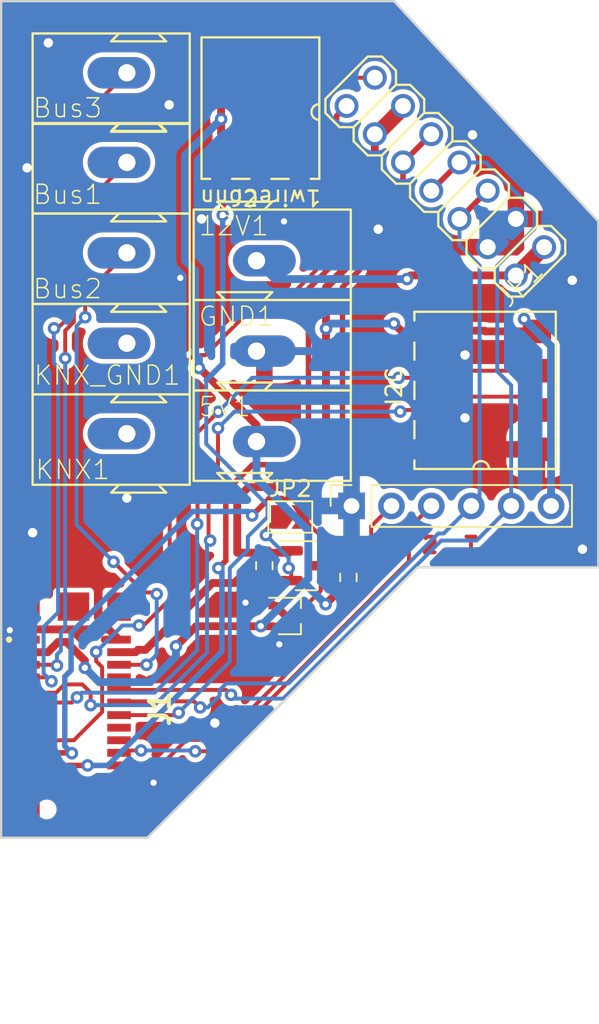
<source format=kicad_pcb>
(kicad_pcb (version 20220225) (generator pcbnew)
  (layers (0 "F.Cu" signal "Top") (31 "B.Cu" signal "Bottom") (34 "B.Paste" user) (35 "F.Paste" user) (36 "B.SilkS" user "B.Silkscreen") (37 "F.SilkS" user "F.Silkscreen") (38 "B.Mask" user) (39 "F.Mask" user) (44 "Edge.Cuts" user))
  (net 0 "")
  (net 1 "GND")
  (net 2 "/TEST")
  (net 3 "/Unk_1")
  (net 4 "/Unk_2")
  (net 5 "/1wire")
  (net 6 "Net-(Bus1-Pin_1)")
  (net 7 "Net-(Bus2-Pin_1)")
  (net 8 "Net-(Bus3-Pin_1)")
  (net 9 "+12V")
  (net 10 "+5V")
  (net 11 "/TxD")
  (net 12 "/RxD")
  (net 13 "+3V3")
  (net 14 "/SCL")
  (net 15 "/SDA")
  (net 16 "/1wire_5")
  (net 20 "GNDPWR")
  (net 23 "/1wire_3")
  (net 26 "/T2")
  (net 27 "/T1")
  (footprint "localstuff:AVX_9276_3Pin" (layer "F.Cu") (at 146 79.55 180)
    (fp_text reference "J2" (at 1 -5.5) (layer "F.SilkS"))
    (fp_text value "1wireConn" (at 0 -5.45 180 unlocked) (layer "F.SilkS"))
    (pad "1" smd rect locked (at -2.5 -3.55 180) (size 1.2 1.8) (layers "F.Cu" "F.Paste" "F.Mask") (net 1 "GND"))
    (pad "1" smd rect locked (at -2.5 3.55 180) (size 1.5 1.8) (layers "F.Cu" "F.Paste" "F.Mask") (net 1 "GND"))
    (pad "2" smd rect locked (at 0 -3.55 180) (size 1.2 1.8) (layers "F.Cu" "F.Paste" "F.Mask") (net 5 "/1wire"))
    (pad "2" smd rect locked (at 0 3.55 180) (size 1.5 1.8) (layers "F.Cu" "F.Paste" "F.Mask") (net 5 "/1wire"))
    (pad "3" smd rect locked (at 2.5 -3.55 180) (size 1.2 1.8) (layers "F.Cu" "F.Paste" "F.Mask") (net 10 "+5V"))
    (pad "3" smd rect locked (at 2.5 3.55 180) (size 1.5 1.8) (layers "F.Cu" "F.Paste" "F.Mask") (net 10 "+5V"))
  )
  (footprint "localstuff:TE_1775014_socket" (layer "F.Cu") (at 134.1 117.5 -90)
    (fp_text reference "J1" (at 0 -5.5 90) (layer "F.SilkS") (effects (font (size 1.27 1.27) (thickness 0.254))))
    (fp_text value "Moat_Bus_wire" hide)
    (fp_circle (center -7.2 3.45) (end -6.9 3.45) (stroke (width 0.3)) (fill none) (layer "F.Cu"))
    (pad "" np_thru_hole circle locked (at -6.4 1.7 270) (size 0.65 0.65) (drill 0.65) (layers *.Cu *.Mask))
    (pad "" np_thru_hole circle locked (at 6.4 1.7 270) (size 0.65 0.65) (drill 0.65) (layers *.Cu *.Mask))
    (pad "1" smd rect locked (at -4.4 2.9 270) (size 0.5 1.5) (layers "F.Cu" "F.Paste") (net 1 "GND"))
    (pad "2" smd rect locked (at -4.4 -2.9 270) (size 0.5 1.5) (layers "F.Cu" "F.Paste") (net 1 "GND"))
    (pad "3" smd rect locked (at -3.6 2.9 270) (size 0.5 1.5) (layers "F.Cu" "F.Paste") (net 10 "+5V"))
    (pad "4" smd rect locked (at -3.6 -2.9 270) (size 0.5 1.5) (layers "F.Cu" "F.Paste") (net 13 "+3V3"))
    (pad "5" smd rect locked (at -2.8 2.9 270) (size 0.5 1.5) (layers "F.Cu" "F.Paste") (net 6 "Net-(Bus1-Pin_1)"))
    (pad "6" smd rect locked (at -2.8 -2.9 270) (size 0.5 1.5) (layers "F.Cu" "F.Paste") (net 7 "Net-(Bus2-Pin_1)"))
    (pad "7" smd rect locked (at -2 2.9 270) (size 0.5 1.5) (layers "F.Cu" "F.Paste") (net 8 "Net-(Bus3-Pin_1)"))
    (pad "8" smd rect locked (at -2 -2.9 270) (size 0.5 1.5) (layers "F.Cu" "F.Paste"))
    (pad "9" smd rect locked (at -1.2 2.9 270) (size 0.5 1.5) (layers "F.Cu" "F.Paste") (net 14 "/SCL"))
    (pad "10" smd rect locked (at -1.2 -2.9 270) (size 0.5 1.5) (layers "F.Cu" "F.Paste") (net 12 "/RxD"))
    (pad "11" smd rect locked (at -0.4 2.9 270) (size 0.5 1.5) (layers "F.Cu" "F.Paste") (net 15 "/SDA"))
    (pad "12" smd rect locked (at -0.4 -2.9 270) (size 0.5 1.5) (layers "F.Cu" "F.Paste") (net 11 "/TxD"))
    (pad "13" smd rect locked (at 0.4 2.9 270) (size 0.5 1.5) (layers "F.Cu" "F.Paste"))
    (pad "14" smd rect locked (at 0.4 -2.9 270) (size 0.5 1.5) (layers "F.Cu" "F.Paste") (net 5 "/1wire"))
    (pad "15" smd rect locked (at 1.2 2.9 270) (size 0.5 1.5) (layers "F.Cu" "F.Paste"))
    (pad "16" smd rect locked (at 1.2 -2.9 270) (size 0.5 1.5) (layers "F.Cu" "F.Paste"))
    (pad "17" smd rect locked (at 2 2.9 270) (size 0.5 1.5) (layers "F.Cu" "F.Paste") (net 4 "/Unk_2"))
    (pad "18" smd rect locked (at 2 -2.9 270) (size 0.5 1.5) (layers "F.Cu" "F.Paste"))
    (pad "19" smd rect locked (at 2.8 2.9 270) (size 0.5 1.5) (layers "F.Cu" "F.Paste") (net 3 "/Unk_1"))
    (pad "20" smd rect locked (at 2.8 -2.9 270) (size 0.5 1.5) (layers "F.Cu" "F.Paste") (net 26 "/T2"))
    (pad "21" smd rect locked (at 3.6 2.9 270) (size 0.5 1.5) (layers "F.Cu" "F.Paste") (net 2 "/TEST"))
    (pad "22" smd rect locked (at 3.6 -2.9 270) (size 0.5 1.5) (layers "F.Cu" "F.Paste") (net 27 "/T1"))
    (pad "23" smd rect locked (at 4.4 2.9 270) (size 0.5 1.5) (layers "F.Cu" "F.Paste") (net 20 "GNDPWR"))
    (pad "24" smd rect locked (at 4.4 -2.9 270) (size 0.5 1.5) (layers "F.Cu" "F.Paste") (net 20 "GNDPWR"))
    (pad "MNT" smd rect locked (at -6.5 -2.9) (size 1.5 1.8) (layers "F.Cu" "F.Paste"))
    (pad "MNT" smd rect locked (at -6.5 0 270) (size 1.8 2) (layers "F.Cu" "F.Paste"))
    (pad "MNT" smd rect locked (at -6.5 2.9) (size 1.5 1.8) (layers "F.Cu" "F.Paste"))
    (pad "MNT" smd rect locked (at 6.5 -2.9) (size 1.5 1.8) (layers "F.Cu" "F.Paste"))
    (pad "MNT" smd rect locked (at 6.5 0 270) (size 1.8 2) (layers "F.Cu" "F.Paste"))
    (pad "MNT" smd rect locked (at 6.5 2.9) (size 1.5 1.8) (layers "F.Cu" "F.Paste"))
  )
  (footprint "localstuff:Wago_Terminal_243" (layer "F.Cu") (at 137.5011 94.2536 180)
    (fp_text reference "KNX_GND1" (at -3.4989 -2.7464 180) (layer "F.SilkS") (effects (font (size 1.2065 1.2065) (thickness 0.09652)) (justify right bottom)))
    (fp_text value "WAGO_243" hide)
    (pad "1" thru_hole oval locked (at 0 0 180) (size 4 2) (drill 1.1 (offset 0.5 0)) (layers *.Cu *.Mask))
  )
  (footprint "Gira:2X07" (layer "F.Cu") (at 157.7711 83.6536 135)
    (fp_text reference "JP1" (at -8.89 -3.175 45) (layer "F.SilkS") (effects (font (size 1.2065 1.2065) (thickness 0.12065)) (justify left bottom)))
    (fp_text value "Gira")
    (pad "1" thru_hole circle locked (at -7.62 1.27 135) (size 1.524 1.524) (drill 1.016) (layers *.Cu *.Mask) (net 9 "+12V"))
    (pad "2" thru_hole circle locked (at -7.62 -1.27 135) (size 1.524 1.524) (drill 1.016) (layers *.Cu *.Mask) (net 9 "+12V"))
    (pad "3" thru_hole circle locked (at -5.08 1.27 135) (size 1.524 1.524) (drill 1.016) (layers *.Cu *.Mask) (net 1 "GND"))
    (pad "4" thru_hole circle locked (at -5.08 -1.27 135) (size 1.524 1.524) (drill 1.016) (layers *.Cu *.Mask) (net 1 "GND"))
    (pad "5" thru_hole circle locked (at -2.54 1.27 135) (size 1.524 1.524) (drill 1.016) (layers *.Cu *.Mask) (net 11 "/TxD"))
    (pad "6" thru_hole circle locked (at -2.54 -1.27 135) (size 1.524 1.524) (drill 1.016) (layers *.Cu *.Mask) (net 11 "/TxD"))
    (pad "7" thru_hole circle locked (at 0 1.27 135) (size 1.524 1.524) (drill 1.016) (layers *.Cu *.Mask) (net 12 "/RxD"))
    (pad "8" thru_hole circle locked (at 0 -1.27 135) (size 1.524 1.524) (drill 1.016) (layers *.Cu *.Mask) (net 12 "/RxD"))
    (pad "9" thru_hole circle locked (at 2.54 1.27 135) (size 1.524 1.524) (drill 1.016) (layers *.Cu *.Mask) (net 3 "/Unk_1"))
    (pad "10" thru_hole circle locked (at 2.54 -1.27 135) (size 1.524 1.524) (drill 1.016) (layers *.Cu *.Mask) (net 3 "/Unk_1"))
    (pad "11" thru_hole circle locked (at 5.08 1.27 135) (size 1.524 1.524) (drill 1.016) (layers *.Cu *.Mask) (net 13 "+3V3"))
    (pad "12" thru_hole circle locked (at 5.08 -1.27 135) (size 1.524 1.524) (drill 1.016) (layers *.Cu *.Mask) (net 13 "+3V3"))
    (pad "13" thru_hole circle locked (at 7.62 1.27 135) (size 1.524 1.524) (drill 1.016) (layers *.Cu *.Mask) (net 4 "/Unk_2"))
    (pad "14" thru_hole circle locked (at 7.62 -1.27 135) (size 1.524 1.524) (drill 1.016) (layers *.Cu *.Mask) (net 2 "/TEST"))
  )
  (footprint "localstuff:Wago_Terminal_243" (layer "F.Cu") (at 145.7511 89.0036)
    (fp_text reference "12V1" (at -3.7511 -1.5036 -180) (layer "F.SilkS") (effects (font (size 1.2065 1.2065) (thickness 0.09652)) (justify left bottom)))
    (fp_text value "WAGO_243" hide)
    (pad "1" thru_hole oval locked (at 0 0) (size 4 2) (drill 1.1 (offset 0.5 0)) (layers *.Cu *.Mask) (net 9 "+12V"))
  )
  (footprint "localstuff:Wago_Terminal_243" (layer "F.Cu") (at 145.7511 94.7536)
    (fp_text reference "GND1" (at -3.7511 -1.5 -180) (layer "F.SilkS") (effects (font (size 1.2065 1.2065) (thickness 0.09652)) (justify left bottom)))
    (fp_text value "WAGO_243" hide)
    (pad "1" thru_hole oval locked (at 0 0) (size 4 2) (drill 1.1 (offset 0.5 0)) (layers *.Cu *.Mask) (net 1 "GND"))
  )
  (footprint "localstuff:Wago_Terminal_243" (layer "F.Cu") (at 137.5011 88.5036 180)
    (fp_text reference "Bus2" (at 1.5011 -2.9964 180) (layer "F.SilkS") (effects (font (size 1.2065 1.2065) (thickness 0.09652)) (justify right bottom)))
    (fp_text value "WAGO_243" hide)
    (pad "1" thru_hole oval locked (at 0 0 180) (size 4 2) (drill 1.1 (offset 0.5 0)) (layers *.Cu *.Mask) (net 7 "Net-(Bus2-Pin_1)"))
  )
  (footprint "localstuff:Wago_Terminal_243" (layer "F.Cu") (at 137.5011 82.7536 180)
    (fp_text reference "Bus1" (at 1.5011 -2.7464 180) (layer "F.SilkS") (effects (font (size 1.2065 1.2065) (thickness 0.09652)) (justify right bottom)))
    (fp_text value "WAGO_243" hide)
    (pad "1" thru_hole oval locked (at 0 0 180) (size 4 2) (drill 1.1 (offset 0.5 0)) (layers *.Cu *.Mask) (net 6 "Net-(Bus1-Pin_1)"))
  )
  (footprint "localstuff:Wago_Terminal_243" (layer "F.Cu") (at 145.7511 100.5036)
    (fp_text reference "5V1" (at -3.7511 -1.5036 -180) (layer "F.SilkS") (effects (font (size 1.2065 1.2065) (thickness 0.09652)) (justify left bottom)))
    (fp_text value "WAGO_243" hide)
    (pad "1" thru_hole oval locked (at 0 0) (size 4 2) (drill 1.1 (offset 0.5 0)) (layers *.Cu *.Mask) (net 10 "+5V"))
  )
  (footprint "localstuff:Wago_Terminal_243" (layer "F.Cu") (at 137.5011 100.0036 180)
    (fp_text reference "KNX1" (at 1.0011 -2.9964 180) (layer "F.SilkS") (effects (font (size 1.2065 1.2065) (thickness 0.09652)) (justify right bottom)))
    (fp_text value "WAGO_243" hide)
    (pad "1" thru_hole oval locked (at 0 0 180) (size 4 2) (drill 1.1 (offset 0.5 0)) (layers *.Cu *.Mask))
  )
  (footprint "localstuff:AVX_9276_4Pin" (layer "F.Cu") (at 160.05 97.25 90)
    (fp_text reference "J3" hide)
    (fp_text value "I2C" (at 0.25 -5.55 90) (layer "F.SilkS"))
    (pad "1" smd rect locked (at -3.75 -3.55 90) (size 1.2 1.8) (layers "F.Cu" "F.Paste" "F.Mask") (net 1 "GND"))
    (pad "1" smd rect locked (at -3.75 3.55 90) (size 1.5 1.8) (layers "F.Cu" "F.Paste" "F.Mask") (net 1 "GND"))
    (pad "2" smd rect locked (at -1.25 -3.55 90) (size 1.2 1.8) (layers "F.Cu" "F.Paste" "F.Mask") (net 14 "/SCL"))
    (pad "2" smd rect locked (at -1.25 3.55 90) (size 1.5 1.8) (layers "F.Cu" "F.Paste" "F.Mask") (net 14 "/SCL"))
    (pad "3" smd rect locked (at 1.25 -3.55 90) (size 1.2 1.8) (layers "F.Cu" "F.Paste" "F.Mask") (net 15 "/SDA"))
    (pad "3" smd rect locked (at 1.25 3.55 90) (size 1.5 1.8) (layers "F.Cu" "F.Paste" "F.Mask") (net 15 "/SDA"))
    (pad "4" smd rect locked (at 3.75 -3.55 90) (size 1.2 1.8) (layers "F.Cu" "F.Paste" "F.Mask") (net 13 "+3V3"))
    (pad "4" smd rect locked (at 3.75 3.55 90) (size 1.5 1.8) (layers "F.Cu" "F.Paste" "F.Mask") (net 13 "+3V3"))
  )
  (footprint "localstuff:Wago_Terminal_243" (layer "F.Cu") (at 137.5011 77.0536 180)
    (fp_text reference "Bus3" (at 1.5011 -2.9464 180) (layer "F.SilkS") (effects (font (size 1.2065 1.2065) (thickness 0.09652)) (justify right bottom)))
    (fp_text value "WAGO_243" hide)
    (pad "1" thru_hole oval locked (at 0 0 180) (size 4 2) (drill 1.1 (offset 0.5 0)) (layers *.Cu *.Mask) (net 8 "Net-(Bus3-Pin_1)"))
  )
  (footprint "Connector_PinSocket_2.54mm:PinSocket_1x06_P2.54mm_Vertical" (layer "F.Cu") (at 151.8 104.6 90)
    (fp_text reference "J4" hide)
    (fp_text value "Conn_01x06" hide)
    (pad "1" thru_hole rect locked (at 0 0 90) (size 1.7 1.7) (drill 1) (layers *.Cu *.Mask) (net 1 "GND"))
    (pad "2" thru_hole oval locked (at 0 2.54 90) (size 1.7 1.7) (drill 1) (layers *.Cu *.Mask) (net 27 "/T1"))
    (pad "3" thru_hole oval locked (at 0 5.08 90) (size 1.7 1.7) (drill 1) (layers *.Cu *.Mask) (net 26 "/T2"))
    (pad "4" thru_hole oval locked (at 0 7.62 90) (size 1.7 1.7) (drill 1) (layers *.Cu *.Mask) (net 11 "/TxD"))
    (pad "5" thru_hole oval locked (at 0 10.16 90) (size 1.7 1.7) (drill 1) (layers *.Cu *.Mask) (net 12 "/RxD"))
    (pad "6" thru_hole oval locked (at 0 12.7 90) (size 1.7 1.7) (drill 1) (layers *.Cu *.Mask) (net 13 "+3V3"))
  )
  (footprint "Package_TO_SOT_SMD:SOT-323_SC-70" (layer "F.Cu") (at 147.85 111.6)
    (fp_text reference "D1" hide)
    (fp_text value "BAT54SW" hide)
    (pad "1" smd rect (at -1 -0.65 270) (size 0.45 0.7) (layers "F.Cu" "F.Paste" "F.Mask") (net 1 "GND"))
    (pad "2" smd rect (at -1 0.65 270) (size 0.45 0.7) (layers "F.Cu" "F.Paste" "F.Mask") (net 10 "+5V"))
    (pad "3" smd rect (at 1 0 270) (size 0.45 0.7) (layers "F.Cu" "F.Paste" "F.Mask") (net 16 "/1wire_5"))
  )
  (footprint "Resistor_SMD:R_0603_1608Metric" (layer "F.Cu") (at 146.25 108.4 -90)
    (fp_text reference "R1" hide)
    (fp_text value "10k" hide)
    (pad "1" smd roundrect (at -0.825 0 270) (size 0.8 0.95) (layers "F.Cu" "F.Paste" "F.Mask") (net 13 "+3V3"))
    (pad "2" smd roundrect (at 0.825 0 270) (size 0.8 0.95) (layers "F.Cu" "F.Paste" "F.Mask") (net 23 "/1wire_3"))
  )
  (footprint "localstuff:OSHW Logo 3mm Cu" (layer "F.Cu") (at 151.65 74.5 180)
    (fp_text reference "G***" hide)
    (fp_text value "LOGO" hide)
    (fp_poly (pts (xy -1.011428 1.4986) (xy -0.650494 1.273048) (xy -0.481076 1.341628) (xy -0.179578 0.611378) (xy -0.315722 0.499618) (xy -0.3937 0.402336) (xy -0.456946 0.169164) (xy -0.39878 -0.054864) (xy -0.32258 -0.153162) (xy -0.230124 -0.226314) (xy -0.000508 -0.287528) (xy 0.228346 -0.230378) (xy 0.368046 -0.107442) (xy 0.461518 0.127) (xy 0.422148 0.356108) (xy 0.360172 0.456692) (xy 0.176276 0.613918) (xy 0.497586 1.346454) (xy 0.677926 1.277874) (xy 1.013714 1.496568) (xy 1.337564 1.177798) (xy 1.09982 0.821182) (xy 1.257046 0.479298) (xy 1.66243 0.387604) (xy 1.659636 -0.063246) (xy 1.22682 -0.158496) (xy 1.09474 -0.476504) (xy 1.33731 -0.847852) (xy 1.01092 -1.164844) (xy 0.637286 -0.917956) (xy 0.324358 -1.044956) (xy 0.220726 -1.494028) (xy -0.226822 -1.486916) (xy -0.327152 -1.036574) (xy -0.631698 -0.91186) (xy -1.014222 -1.167638) (xy -1.330198 -0.831596) (xy -1.094994 -0.454152) (xy -1.223518 -0.148082) (xy -1.6637 -0.063246) (xy -1.668018 0.389636) (xy -1.238504 0.485648) (xy -1.109726 0.83566) (xy -1.330198 1.187704) (xy -1.011428 1.4986)) (stroke (width 0.01)) (fill solid) (layer "F.Cu"))
  )
  (footprint "Jumper:SolderJumper-2_P1.3mm_Open_TrianglePad1.0x1.5mm" (layer "F.Cu") (at 147.9 105.3)
    (fp_text reference "JP2" (at 0 -1.8) (layer "F.SilkS"))
    (fp_text value "SolderJumper_2_Open")
    (pad "1" smd custom (at -0.725 0) (size 0.3 0.3) (layers "F.Cu" "F.Mask") (net 23 "/1wire_3") (options (clearance outline) (anchor rect)) (primitives (gr_poly (pts (xy 1 0) (xy 0.5 0.75) (xy -0.5 0.75) (xy -0.5 -0.75) (xy 0.5 -0.75)) (width 0) (fill yes))))
    (pad "2" smd custom (at 0.725 0) (size 0.3 0.3) (layers "F.Cu" "F.Mask") (net 16 "/1wire_5") (options (clearance outline) (anchor rect)) (primitives (gr_poly (pts (xy 0.5 0.75) (xy -0.65 0.75) (xy -0.15 0) (xy -0.65 -0.75) (xy 0.5 -0.75)) (width 0) (fill yes))))
  )
  (footprint "Package_TO_SOT_SMD:SOT-23" (layer "F.Cu") (at 148.9 108.4)
    (fp_text reference "Q1" hide)
    (fp_text value "2N7002" hide)
    (pad "1" smd roundrect (at -0.9375 -0.95) (size 1.475 0.6) (layers "F.Cu" "F.Paste" "F.Mask") (net 13 "+3V3"))
    (pad "2" smd roundrect (at -0.9375 0.95) (size 1.475 0.6) (layers "F.Cu" "F.Paste" "F.Mask") (net 23 "/1wire_3"))
    (pad "3" smd roundrect (at 0.9375 0) (size 1.475 0.6) (layers "F.Cu" "F.Paste" "F.Mask") (net 16 "/1wire_5"))
  )
  (footprint "Resistor_SMD:R_0603_1608Metric" (layer "F.Cu") (at 151.6 109.15 90)
    (fp_text reference "R2" hide)
    (fp_text value "10k" hide)
    (pad "1" smd roundrect (at -0.825 0 90) (size 0.8 0.95) (layers "F.Cu" "F.Paste" "F.Mask") (net 10 "+5V"))
    (pad "2" smd roundrect (at 0.825 0 90) (size 0.8 0.95) (layers "F.Cu" "F.Paste" "F.Mask") (net 16 "/1wire_5"))
  )
  (gr_line (start 138.8 125.7) (end 156 108.5) (stroke (width 0.15)) (layer "Edge.Cuts"))
  (gr_line (start 129.5 72.5) (end 129.5 125.7) (stroke (width 0.15)) (layer "Edge.Cuts"))
  (gr_line (start 129.5 125.7) (end 138.8 125.7) (stroke (width 0.15)) (layer "Edge.Cuts"))
  (gr_line (start 167.5 86.5) (end 154.5 72.5) (stroke (width 0.15)) (layer "Edge.Cuts"))
  (gr_line (start 154.5 72.5) (end 129.5 72.5) (stroke (width 0.15)) (layer "Edge.Cuts"))
  (gr_line (start 167.5 108.5) (end 167.5 86.5) (stroke (width 0.15)) (layer "Edge.Cuts"))
  (gr_line (start 156 108.5) (end 167.5 108.5) (stroke (width 0.15)) (layer "Edge.Cuts"))
  (gr_text "MoaT Gira" (at 130.05 76.65 270) (layer "F.Cu") (effects (font (size 1 1)) (justify bottom)))
  (gr_text "+5" (at 143.5 73.5 180) (layer "F.Cu") (effects (font (size 1 1) (thickness 0.25))))
  (gr_text "1w" (at 146 73.5 180) (layer "F.Cu") (effects (font (size 1 1) (thickness 0.25))))
  (gr_text "+3" (at 166 93.5 90) (layer "F.Cu") (effects (font (size 1 1) (thickness 0.25))))
  (gr_text "G" (at 166 101 90) (layer "F.Cu") (effects (font (size 1 1) (thickness 0.25))))
  (gr_text "Cl" (at 166 98.5 90) (layer "F.Cu") (effects (font (size 1 1) (thickness 0.25))))
  (gr_text "Da" (at 166 96 90) (layer "F.Cu") (effects (font (size 1 1) (thickness 0.25))))
  (gr_text "G" (at 151.6 107.1) (layer "F.Cu") (effects (font (size 1 1) (thickness 0.25))))
  (gr_text "+3" (at 164.3 107.1) (layer "F.Cu") (effects (font (size 1 1) (thickness 0.25))))
  (gr_text "1" (at 154.2 107.1) (layer "F.Cu") (effects (font (size 1 1) (thickness 0.25))))
  (gr_text "2" (at 156.8 107.1) (layer "F.Cu") (effects (font (size 1 1) (thickness 0.25))))
  (gr_text "R" (at 162.05 107.1) (layer "F.Cu") (effects (font (size 1 1) (thickness 0.25))))
  (gr_text "T" (at 159.4 107.1) (layer "F.Cu") (effects (font (size 1 1) (thickness 0.25))))
  (gr_text "v3.1" (at 136.4 72.85 180) (layer "F.Cu") (effects (font (size 1 1)) (justify left bottom)))
  (gr_text "G" (at 148.5 73.5 180) (layer "F.Cu") (effects (font (size 1 1) (thickness 0.25))))
  (segment (start 148.5 83.1) (end 148.5 85.5) (width 0.5) (layer "F.Cu") (net 1))
  (segment (start 137 113.1) (end 136.349511 112.449511) (width 0.5) (layer "F.Cu") (net 1))
  (segment (start 145.05 110.75) (end 146.65 110.75) (width 0.5) (layer "F.Cu") (net 1))
  (segment (start 148.5 85.5) (end 147.899999 86.100001) (width 0.5) (layer "F.Cu") (net 1))
  (segment (start 147.5 86.5) (end 144.6 86.5) (width 0.5) (layer "F.Cu") (net 1))
  (segment (start 146.65 110.75) (end 146.85 110.95) (width 0.5) (layer "F.Cu") (net 1))
  (segment (start 163.6 101) (end 156.5 101) (width 0.5) (layer "F.Cu") (net 1))
  (segment (start 144.6 86.5) (end 141 90.1) (width 0.5) (layer "F.Cu") (net 1))
  (segment (start 147.95 111.925) (end 147.95 112.65) (width 0.5) (layer "F.Cu") (net 1))
  (segment (start 141 90.1) (end 140.9 90.1) (width 0.5) (layer "F.Cu") (net 1))
  (segment (start 130.65 113.1) (end 130.05 112.5) (width 0.5) (layer "F.Cu") (net 1))
  (segment (start 130.100489 112.449511) (end 130.05 112.5) (width 0.5) (layer "F.Cu") (net 1))
  (segment (start 154.643728 88.143728) (end 160.465177 88.143728) (width 0.5) (layer "F.Cu") (net 1))
  (segment (start 136.349511 112.449511) (end 130.100489 112.449511) (width 0.5) (layer "F.Cu") (net 1))
  (segment (start 146.85 110.95) (end 146.975 110.95) (width 0.5) (layer "F.Cu") (net 1))
  (segment (start 153.5 87) (end 154.643728 88.143728) (width 0.5) (layer "F.Cu") (net 1))
  (segment (start 147.95 112.65) (end 147.2 113.4) (width 0.5) (layer "F.Cu") (net 1))
  (segment (start 131.6 113.1) (end 130.65 113.1) (width 0.5) (layer "F.Cu") (net 1))
  (segment (start 147.899999 86.100001) (end 147.5 86.5) (width 0.5) (layer "F.Cu") (net 1))
  (segment (start 146.975 110.95) (end 147.95 111.925) (width 0.5) (layer "F.Cu") (net 1))
  (segment (start 148.5 83.1) (end 148.5 76) (width 0.5) (layer "F.Cu") (net 1))
  (via (at 147.5 86.5) (size 0.8) (drill 0.4) (layers "F.Cu" "B.Cu") (net 1))
  (via (at 132.5 75.15) (size 1.0064) (drill 0.6) (layers "F.Cu" "B.Cu") (net 1))
  (via (at 153.5 87) (size 1.0064) (drill 0.6) (layers "F.Cu" "B.Cu") (net 1))
  (via (at 142.25321 86.349901) (size 1.0064) (drill 0.6) (layers "F.Cu" "B.Cu") (net 1))
  (via (at 130.05 112.5) (size 0.8) (drill 0.4) (layers "F.Cu" "B.Cu") (net 1))
  (via (at 143.1 118.4) (size 1.0064) (drill 0.6) (layers "F.Cu" "B.Cu") (net 1))
  (via (at 140.191923 79.09269) (size 1.0064) (drill 0.6) (layers "F.Cu" "B.Cu") (net 1))
  (via (at 145.05 110.75) (size 0.8) (drill 0.4) (layers "F.Cu" "B.Cu") (net 1))
  (via (at 131.5 106.3) (size 1.0064) (drill 0.6) (layers "F.Cu" "B.Cu") (net 1))
  (via (at 140.9 90.1) (size 0.8) (drill 0.4) (layers "F.Cu" "B.Cu") (net 1))
  (via (at 159.0223 99) (size 1.0064) (drill 0.6) (layers "F.Cu" "B.Cu") (net 1))
  (via (at 131.15 83.1) (size 1.0064) (drill 0.6) (layers "F.Cu" "B.Cu") (net 1))
  (via (at 159.5 81) (size 1.0064) (drill 0.6) (layers "F.Cu" "B.Cu") (net 1))
  (via (at 147.2 113.4) (size 0.8) (drill 0.4) (layers "F.Cu" "B.Cu") (net 1))
  (via (at 159.0223 95) (size 1.0064) (drill 0.6) (layers "F.Cu" "B.Cu") (net 1))
  (via (at 165.85 90.25) (size 1.0064) (drill 0.6) (layers "F.Cu" "B.Cu") (net 1))
  (via (at 166.5 107.35) (size 1.0064) (drill 0.6) (layers "F.Cu" "B.Cu") (net 1))
  (via (at 137.5 104.1) (size 1.0064) (drill 0.6) (layers "F.Cu" "B.Cu") (net 1))
  (via (at 139.2 122.2) (size 0.8) (drill 0.4) (layers "F.Cu" "B.Cu") (net 1))
  (segment (start 130.05 94.255703) (end 130.05 112.5) (width 0.5) (layer "B.Cu") (net 1))
  (segment (start 134.205703 90.1) (end 130.05 94.255703) (width 0.5) (layer "B.Cu") (net 1))
  (segment (start 158.093267 91.593267) (end 159.275489 92.775489) (width 0.5) (layer "B.Cu") (net 1))
  (segment (start 154.932935 94.7536) (end 158.093267 91.593267) (width 0.5) (layer "B.Cu") (net 1))
  (segment (start 131.995002 122.2) (end 130.05 120.254998) (width 0.5) (layer "B.Cu") (net 1))
  (segment (start 159.275489 92.775489) (end 159.275489 98.746811) (width 0.5) (layer "B.Cu") (net 1))
  (segment (start 147.899999 86.899999) (end 147.5 86.5) (width 0.5) (layer "B.Cu") (net 1))
  (segment (start 140.9 90.1) (end 134.205703 90.1) (width 0.5) (layer "B.Cu") (net 1))
  (segment (start 148 87) (end 147.899999 86.899999) (width 0.5) (layer "B.Cu") (net 1))
  (segment (start 153.5 87) (end 158.093267 91.593267) (width 0.5) (layer "B.Cu") (net 1))
  (segment (start 159.275489 98.746811) (end 159.0223 99) (width 0.5) (layer "B.Cu") (net 1))
  (segment (start 162.261228 86.347677) (end 160.465177 88.143728) (width 1) (layer "B.Cu") (net 1))
  (segment (start 153.5 87) (end 148 87) (width 0.5) (layer "B.Cu") (net 1))
  (segment (start 139.2 122.2) (end 131.995002 122.2) (width 0.5) (layer "B.Cu") (net 1))
  (segment (start 145.7511 94.7536) (end 154.932935 94.7536) (width 0.5) (layer "B.Cu") (net 1))
  (segment (start 130.05 120.254998) (end 130.05 112.5) (width 0.5) (layer "B.Cu") (net 1))
  (segment (start 142.403309 86.5) (end 142.25321 86.349901) (width 0.5) (layer "B.Cu") (net 1))
  (segment (start 145.502766 101.97812) (end 143.799511 103.681375) (width 0.35) (layer "F.Cu") (net 2))
  (segment (start 147.861866 101.97812) (end 145.502766 101.97812) (width 0.35) (layer "F.Cu") (net 2))
  (segment (start 131.6 121.1) (end 131.60001 121.10001) (width 0.35) (layer "F.Cu") (net 2))
  (segment (start 149.056905 100.783081) (end 147.861866 101.97812) (width 0.35) (layer "F.Cu") (net 2))
  (segment (start 149.056905 90.799511) (end 149.056905 100.783081) (width 0.35) (layer "F.Cu") (net 2))
  (segment (start 131.60001 121.10001) (end 135 121.10001) (width 0.35) (layer "F.Cu") (net 2))
  (segment (start 150.849511 79.798882) (end 150.849511 89.006905) (width 0.35) (layer "F.Cu") (net 2))
  (segment (start 150.849511 89.006905) (end 149.056905 90.799511) (width 0.35) (layer "F.Cu") (net 2))
  (segment (start 143.799511 108.075989) (end 143.3255 108.55) (width 0.35) (layer "F.Cu") (net 2))
  (segment (start 143.799511 103.681375) (end 143.799511 108.075989) (width 0.35) (layer "F.Cu") (net 2))
  (segment (start 151.484921 79.163472) (end 150.849511 79.798882) (width 0.35) (layer "F.Cu") (net 2))
  (via (at 143.3255 108.55) (size 0.8) (drill 0.4) (layers "F.Cu" "B.Cu") (net 2))
  (via (at 135 121.10001) (size 0.8) (drill 0.4) (layers "F.Cu" "B.Cu") (net 2))
  (segment (start 143.550489 108.774989) (end 143.3255 108.55) (width 0.35) (layer "B.Cu") (net 2))
  (segment (start 135 121.10001) (end 136.293574 121.10001) (width 0.35) (layer "B.Cu") (net 2))
  (segment (start 143.550489 113.843095) (end 143.550489 108.774989) (width 0.35) (layer "B.Cu") (net 2))
  (segment (start 136.293574 121.10001) (end 143.550489 113.843095) (width 0.35) (layer "B.Cu") (net 2))
  (segment (start 155.077023 82.755574) (end 155.077023 83.833204) (width 0.35) (layer "F.Cu") (net 3))
  (segment (start 133.975 120.3) (end 134 120.325) (width 0.35) (layer "F.Cu") (net 3))
  (segment (start 151.224976 90.680665) (end 151.224976 100.799637) (width 0.35) (layer "F.Cu") (net 3))
  (segment (start 131.6 120.3) (end 133.975 120.3) (width 0.35) (layer "F.Cu") (net 3))
  (segment (start 147.900102 104.124511) (end 146.553526 104.124511) (width 0.35) (layer "F.Cu") (net 3))
  (segment (start 156.873074 80.959523) (end 155.077023 82.755574) (width 0.35) (layer "F.Cu") (net 3))
  (segment (start 155.077023 83.833204) (end 152.298533 86.611694) (width 0.35) (layer "F.Cu") (net 3))
  (segment (start 152.298533 89.607113) (end 151.224976 90.680665) (width 0.35) (layer "F.Cu") (net 3))
  (segment (start 152.298533 86.611694) (end 152.298533 89.607113) (width 0.35) (layer "F.Cu") (net 3))
  (segment (start 151.224976 100.799637) (end 147.900102 104.124511) (width 0.35) (layer "F.Cu") (net 3))
  (segment (start 146.553526 104.124511) (end 145.473522 105.204515) (width 0.35) (layer "F.Cu") (net 3))
  (via (at 145.473522 105.204515) (size 0.8) (drill 0.4) (layers "F.Cu" "B.Cu") (net 3))
  (via (at 134 120.325) (size 0.8) (drill 0.4) (layers "F.Cu" "B.Cu") (net 3))
  (segment (start 133.55 115.45) (end 133.95 115.05) (width 0.35) (layer "B.Cu") (net 3))
  (segment (start 133.95 112.680189) (end 141.680189 104.95) (width 0.35) (layer "B.Cu") (net 3))
  (segment (start 134 120.325) (end 133.55 119.875) (width 0.35) (layer "B.Cu") (net 3))
  (segment (start 141.680189 104.95) (end 145.219007 104.95) (width 0.35) (layer "B.Cu") (net 3))
  (segment (start 133.95 115.05) (end 133.95 112.680189) (width 0.35) (layer "B.Cu") (net 3))
  (segment (start 133.55 119.875) (end 133.55 115.45) (width 0.35) (layer "B.Cu") (net 3))
  (segment (start 145.219007 104.95) (end 145.473522 105.204515) (width 0.35) (layer "B.Cu") (net 3))
  (segment (start 142.483515 95.017479) (end 142.442935 95.017479) (width 0.25) (layer "F.Cu") (net 4))
  (segment (start 134.127066 119.5) (end 135.925489 117.701577) (width 0.25) (layer "F.Cu") (net 4))
  (segment (start 141.261851 95.556093) (end 140.224501 96.593443) (width 0.25) (layer "F.Cu") (net 4))
  (segment (start 135.925489 117.701577) (end 135.925489 114.849511) (width 0.25) (layer "F.Cu") (net 4))
  (segment (start 150.2 88.95) (end 147.6 91.55) (width 0.25) (layer "F.Cu") (net 4))
  (segment (start 138.565405 112.200617) (end 138.2755 112.200617) (width 0.25) (layer "F.Cu") (net 4))
  (segment (start 142.427873 95.002417) (end 141.744831 95.002417) (width 0.25) (layer "F.Cu") (net 4))
  (segment (start 140.224501 110.541521) (end 138.565405 112.200617) (width 0.25) (layer "F.Cu") (net 4))
  (segment (start 142.442935 95.017479) (end 142.427873 95.002417) (width 0.25) (layer "F.Cu") (net 4))
  (segment (start 145.950994 91.55) (end 142.483515 95.017479) (width 0.25) (layer "F.Cu") (net 4))
  (segment (start 153.280972 77.367421) (end 151.332579 77.367421) (width 0.25) (layer "F.Cu") (net 4))
  (segment (start 135.925489 114.849511) (end 135.544555 114.468577) (width 0.25) (layer "F.Cu") (net 4))
  (segment (start 131.2 119.5) (end 134.127066 119.5) (width 0.25) (layer "F.Cu") (net 4))
  (segment (start 141.744831 95.002417) (end 141.261851 95.485397) (width 0.25) (layer "F.Cu") (net 4))
  (segment (start 135.544555 114.468577) (end 135.544555 113.879172) (width 0.25) (layer "F.Cu") (net 4))
  (segment (start 141.261851 95.485397) (end 141.261851 95.556093) (width 0.25) (layer "F.Cu") (net 4))
  (segment (start 150.2 78.5) (end 150.2 88.95) (width 0.25) (layer "F.Cu") (net 4))
  (segment (start 140.224501 96.593443) (end 140.224501 110.541521) (width 0.25) (layer "F.Cu") (net 4))
  (segment (start 151.332579 77.367421) (end 150.2 78.5) (width 0.25) (layer "F.Cu") (net 4))
  (segment (start 147.6 91.55) (end 145.950994 91.55) (width 0.25) (layer "F.Cu") (net 4))
  (via (at 138.2755 112.200617) (size 0.8) (drill 0.4) (layers "F.Cu" "B.Cu") (net 4))
  (via (at 135.544555 113.879172) (size 0.8) (drill 0.4) (layers "F.Cu" "B.Cu") (net 4))
  (segment (start 137.22311 112.200617) (end 138.2755 112.200617) (width 0.25) (layer "B.Cu") (net 4))
  (segment (start 135.544555 113.879172) (end 137.22311 112.200617) (width 0.25) (layer "B.Cu") (net 4))
  (segment (start 137 117.9) (end 140.65 117.9) (width 0.25) (layer "F.Cu") (net 5))
  (segment (start 143.6 85.5) (end 143.6 86.1) (width 0.35) (layer "F.Cu") (net 5))
  (segment (start 140.65 117.9) (end 140.8 117.75) (width 0.25) (layer "F.Cu") (net 5))
  (segment (start 146 83.1) (end 143.6 85.5) (width 0.35) (layer "F.Cu") (net 5))
  (segment (start 146 76) (end 146 83.1) (width 0.35) (layer "F.Cu") (net 5))
  (via (at 143.6 86.1) (size 0.8) (drill 0.4) (layers "F.Cu" "B.Cu") (net 5))
  (via (at 140.8 117.75) (size 0.8) (drill 0.4) (layers "F.Cu" "B.Cu") (net 5))
  (segment (start 145.2 107.4) (end 145.2 106.55) (width 0.25) (layer "B.Cu") (net 5))
  (segment (start 146.45 104.55) (end 142.55 100.65) (width 0.25) (layer "B.Cu") (net 5))
  (segment (start 140.8 117.75) (end 144.05 114.5) (width 0.25) (layer "B.Cu") (net 5))
  (segment (start 144.05 114.5) (end 144.05 108.55) (width 0.25) (layer "B.Cu") (net 5))
  (segment (start 145.2 106.55) (end 146.45 105.3) (width 0.25) (layer "B.Cu") (net 5))
  (segment (start 146.45 105.3) (end 146.45 104.55) (width 0.25) (layer "B.Cu") (net 5))
  (segment (start 144.05 108.55) (end 145.2 107.4) (width 0.25) (layer "B.Cu") (net 5))
  (segment (start 143.6 86.1) (end 143.6 95.55) (width 0.35) (layer "B.Cu") (net 5))
  (segment (start 143.6 95.55) (end 142.55 96.6) (width 0.35) (layer "B.Cu") (net 5))
  (segment (start 142.55 100.65) (end 142.55 96.6) (width 0.25) (layer "B.Cu") (net 5))
  (segment (start 137.5011 82.7536) (end 134.125499 86.129201) (width 0.25) (layer "F.Cu") (net 6))
  (segment (start 133.5755 93.450098) (end 133.5755 95.210785) (width 0.25) (layer "F.Cu") (net 6))
  (segment (start 134.125499 92.900099) (end 133.5755 93.450098) (width 0.25) (layer "F.Cu") (net 6))
  (segment (start 133 114.7) (end 133.05 114.75) (width 0.25) (layer "F.Cu") (net 6))
  (segment (start 131.2 114.7) (end 133 114.7) (width 0.25) (layer "F.Cu") (net 6))
  (segment (start 134.125499 86.129201) (end 134.125499 92.900099) (width 0.25) (layer "F.Cu") (net 6))
  (via (at 133.5755 95.210785) (size 0.8) (drill 0.4) (layers "F.Cu" "B.Cu") (net 6))
  (via (at 133.05 114.75) (size 0.8) (drill 0.4) (layers "F.Cu" "B.Cu") (net 6))
  (segment (start 133.3 112.623773) (end 133.5755 112.348273) (width 0.25) (layer "B.Cu") (net 6))
  (segment (start 133.05 114.75) (end 133.05 114.05) (width 0.25) (layer "B.Cu") (net 6))
  (segment (start 133.05 114.05) (end 133.3 113.8) (width 0.25) (layer "B.Cu") (net 6))
  (segment (start 133.3 113.8) (end 133.3 112.623773) (width 0.25) (layer "B.Cu") (net 6))
  (segment (start 133.5755 112.348273) (end 133.5755 95.210785) (width 0.25) (layer "B.Cu") (net 6))
  (segment (start 139.4 110.2) (end 139.3 110.1) (width 0.25) (layer "F.Cu") (net 7))
  (segment (start 137 114.7) (end 138.75 114.7) (width 0.25) (layer "F.Cu") (net 7))
  (segment (start 139.3 110.1) (end 138.6 110.1) (width 0.25) (layer "F.Cu") (net 7))
  (segment (start 136.65 108.15) (end 138.6 110.1) (width 0.25) (layer "F.Cu") (net 7))
  (segment (start 137.5011 88.5036) (end 134.85 91.1547) (width 0.25) (layer "F.Cu") (net 7))
  (segment (start 134.85 91.1547) (end 134.85 92.6) (width 0.25) (layer "F.Cu") (net 7))
  (via (at 138.75 114.7) (size 0.8) (drill 0.4) (layers "F.Cu" "B.Cu") (net 7))
  (via (at 136.65 108.15) (size 0.8) (drill 0.4) (layers "F.Cu" "B.Cu") (net 7))
  (via (at 134.85 92.6) (size 0.8) (drill 0.4) (layers "F.Cu" "B.Cu") (net 7))
  (via (at 139.4 110.2) (size 0.8) (drill 0.4) (layers "F.Cu" "B.Cu") (net 7))
  (segment (start 138.75 114.7) (end 139.4 114.05) (width 0.25) (layer "B.Cu") (net 7))
  (segment (start 134.3 93.15) (end 134.3 105.8) (width 0.25) (layer "B.Cu") (net 7))
  (segment (start 134.3 105.8) (end 136.65 108.15) (width 0.25) (layer "B.Cu") (net 7))
  (segment (start 134.85 92.6) (end 134.3 93.15) (width 0.25) (layer "B.Cu") (net 7))
  (segment (start 139.4 114.05) (end 139.4 110.2) (width 0.25) (layer "B.Cu") (net 7))
  (segment (start 133.675988 92.713906) (end 133.086921 93.302973) (width 0.25) (layer "F.Cu") (net 8))
  (segment (start 132.45 115.5) (end 132.7 115.75) (width 0.25) (layer "F.Cu") (net 8))
  (segment (start 133.675988 80.878712) (end 133.675988 92.713906) (width 0.25) (layer "F.Cu") (net 8))
  (segment (start 131.2 115.5) (end 132.45 115.5) (width 0.25) (layer "F.Cu") (net 8))
  (segment (start 137.5011 77.0536) (end 133.675988 80.878712) (width 0.25) (layer "F.Cu") (net 8))
  (segment (start 133.086921 93.302973) (end 132.866095 93.302973) (width 0.25) (layer "F.Cu") (net 8))
  (via (at 132.866095 93.302973) (size 0.8) (drill 0.4) (layers "F.Cu" "B.Cu") (net 8))
  (via (at 132.7 115.75) (size 0.8) (drill 0.4) (layers "F.Cu" "B.Cu") (net 8))
  (segment (start 132.2 115.25) (end 132.2 112.289273) (width 0.25) (layer "B.Cu") (net 8))
  (segment (start 132.2 112.289273) (end 133.121043 111.36823) (width 0.25) (layer "B.Cu") (net 8))
  (segment (start 133.121043 111.36823) (end 133.121043 95.780928) (width 0.25) (layer "B.Cu") (net 8))
  (segment (start 132.850999 95.510884) (end 132.850999 93.318069) (width 0.25) (layer "B.Cu") (net 8))
  (segment (start 132.850999 93.318069) (end 132.866095 93.302973) (width 0.25) (layer "B.Cu") (net 8))
  (segment (start 133.121043 95.780928) (end 132.850999 95.510884) (width 0.25) (layer "B.Cu") (net 8))
  (segment (start 132.7 115.75) (end 132.2 115.25) (width 0.25) (layer "B.Cu") (net 8))
  (segment (start 164.0549 88.1517) (end 164.057278 88.143729) (width 1) (layer "F.Cu") (net 9))
  (segment (start 164.0549 88.1517) (end 162.3953 89.8113) (width 1) (layer "F.Cu") (net 9))
  (segment (start 155.560221 89.939779) (end 155.328241 90.171759) (width 0.5) (layer "F.Cu") (net 9))
  (segment (start 162.261228 89.939779) (end 155.560221 89.939779) (width 0.5) (layer "F.Cu") (net 9))
  (segment (start 162.3953 89.8113) (end 162.261225 89.939782) (width 1) (layer "F.Cu") (net 9))
  (via (at 155.328241 90.171759) (size 0.8) (drill 0.4) (layers "F.Cu" "B.Cu") (net 9))
  (segment (start 146.919259 90.171759) (end 155.328241 90.171759) (width 0.5) (layer "B.Cu") (net 9))
  (segment (start 145.7511 89.0036) (end 146.919259 90.171759) (width 0.5) (layer "B.Cu") (net 9))
  (segment (start 133.124518 113.249022) (end 133.649022 113.249022) (width 0.5) (layer "F.Cu") (net 10))
  (segment (start 143.5 83.1) (end 143.5 80) (width 0.5) (layer "F.Cu") (net 10))
  (segment (start 151.6 109.975) (end 151.025 109.975) (width 0.5) (layer "F.Cu") (net 10))
  (segment (start 133.649022 113.249022) (end 134.8245 114.4245) (width 0.5) (layer "F.Cu") (net 10))
  (segment (start 134.8245 114.4245) (end 134.8245 114.892177) (width 0.5) (layer "F.Cu") (net 10))
  (segment (start 131.2 113.9) (end 132.47354 113.9) (width 0.5) (layer "F.Cu") (net 10))
  (segment (start 142.126918 95.826918) (end 142.086352 95.826918) (width 0.5) (layer "F.Cu") (net 10))
  (segment (start 143.5 76) (end 143.5 80) (width 0.5) (layer "F.Cu") (net 10))
  (segment (start 132.47354 113.9) (end 133.124518 113.249022) (width 0.5) (layer "F.Cu") (net 10))
  (segment (start 146.85 112.25) (end 141.900618 112.25) (width 0.5) (layer "F.Cu") (net 10))
  (segment (start 145.7511 99.4511) (end 142.126918 95.826918) (width 0.5) (layer "F.Cu") (net 10))
  (segment (start 145.7511 100.5036) (end 145.7511 99.4511) (width 0.5) (layer "F.Cu") (net 10))
  (segment (start 151.025 109.975) (end 150.15 110.85) (width 0.5) (layer "F.Cu") (net 10))
  (segment (start 141.900618 112.25) (end 140.626846 113.523772) (width 0.5) (layer "F.Cu") (net 10))
  (via (at 134.8245 114.892177) (size 0.8) (drill 0.4) (layers "F.Cu" "B.Cu") (net 10))
  (via (at 150.15 110.85) (size 0.8) (drill 0.4) (layers "F.Cu" "B.Cu") (net 10))
  (via (at 146.0245 112.242865) (size 0.8) (drill 0.4) (layers "F.Cu" "B.Cu") (net 10))
  (via (at 140.626846 113.523772) (size 0.8) (drill 0.4) (layers "F.Cu" "B.Cu") (net 10))
  (via (at 143.5 80) (size 0.8) (drill 0.4) (layers "F.Cu" "B.Cu") (net 10))
  (via (at 142.086352 95.826918) (size 0.8) (drill 0.4) (layers "F.Cu" "B.Cu") (net 10))
  (segment (start 145.7511 102.8511) (end 145.7511 100.5036) (width 0.5) (layer "B.Cu") (net 10))
  (segment (start 146.0245 112.242865) (end 148.808682 109.458682) (width 0.5) (layer "B.Cu") (net 10))
  (segment (start 141.850001 94.984316) (end 142.086352 95.220667) (width 0.5) (layer "B.Cu") (net 10))
  (segment (start 148.808682 109.508682) (end 148.808682 109.458682) (width 0.5) (layer "B.Cu") (net 10))
  (segment (start 141.2 82.3) (end 141.2 88.993998) (width 0.5) (layer "B.Cu") (net 10))
  (segment (start 148.808682 109.458682) (end 149.05 109.217365) (width 0.5) (layer "B.Cu") (net 10))
  (segment (start 135.732323 115.8) (end 134.8245 114.892177) (width 0.5) (layer "B.Cu") (net 10))
  (segment (start 141.850001 89.643999) (end 141.850001 94.984316) (width 0.5) (layer "B.Cu") (net 10))
  (segment (start 141.2 88.993998) (end 141.850001 89.643999) (width 0.5) (layer "B.Cu") (net 10))
  (segment (start 149.05 106.15) (end 145.7511 102.8511) (width 0.5) (layer "B.Cu") (net 10))
  (segment (start 150.15 110.85) (end 148.808682 109.508682) (width 0.5) (layer "B.Cu") (net 10))
  (segment (start 140.626846 114.165952) (end 138.992798 115.8) (width 0.5) (layer "B.Cu") (net 10))
  (segment (start 138.992798 115.8) (end 135.732323 115.8) (width 0.5) (layer "B.Cu") (net 10))
  (segment (start 143.5 80) (end 141.2 82.3) (width 0.5) (layer "B.Cu") (net 10))
  (segment (start 142.086352 95.220667) (end 142.086352 95.826918) (width 0.5) (layer "B.Cu") (net 10))
  (segment (start 140.626846 113.523772) (end 140.626846 114.165952) (width 0.5) (layer "B.Cu") (net 10))
  (segment (start 149.05 109.217365) (end 149.05 106.15) (width 0.5) (layer "B.Cu") (net 10))
  (segment (start 160.4591 84.5559) (end 160.465175 84.551629) (width 0.35) (layer "F.Cu") (net 11))
  (segment (start 137.074501 117.025499) (end 141.776439 117.025499) (width 0.25) (layer "F.Cu") (net 11))
  (segment (start 141.776439 117.025499) (end 142.162769 117.411829) (width 0.25) (layer "F.Cu") (net 11))
  (segment (start 137 117.1) (end 137.074501 117.025499) (width 0.25) (layer "F.Cu") (net 11))
  (segment (start 158.7995 86.2155) (end 158.669125 86.347679) (width 0.35) (layer "F.Cu") (net 11))
  (segment (start 160.4591 84.5559) (end 158.7995 86.2155) (width 0.35) (layer "F.Cu") (net 11))
  (via (at 142.162769 117.411829) (size 0.8) (drill 0.4) (layers "F.Cu" "B.Cu") (net 11))
  (segment (start 142.653269 117.411829) (end 142.162769 117.411829) (width 0.25) (layer "B.Cu") (net 11))
  (segment (start 159.95 89.306532) (end 158.669126 88.025658) (width 0.25) (layer "B.Cu") (net 11))
  (segment (start 157.323566 106.35049) (end 147.788008 115.886048) (width 0.25) (layer "B.Cu") (net 11))
  (segment (start 143.82905 115.886048) (end 143.404648 116.31045) (width 0.25) (layer "B.Cu") (net 11))
  (segment (start 143.404648 116.31045) (end 143.404648 116.66045) (width 0.25) (layer "B.Cu") (net 11))
  (segment (start 147.788008 115.886048) (end 143.82905 115.886048) (width 0.25) (layer "B.Cu") (net 11))
  (segment (start 159.95 104.07) (end 159.95 89.306532) (width 0.25) (layer "B.Cu") (net 11))
  (segment (start 159.42 104.6) (end 157.66951 106.35049) (width 0.25) (layer "B.Cu") (net 11))
  (segment (start 159.42 104.6) (end 159.95 104.07) (width 0.25) (layer "B.Cu") (net 11))
  (segment (start 143.404648 116.66045) (end 142.653269 117.411829) (width 0.25) (layer "B.Cu") (net 11))
  (segment (start 158.669126 88.025658) (end 158.669126 86.347677) (width 0.25) (layer "B.Cu") (net 11))
  (segment (start 157.66951 106.35049) (end 157.323566 106.35049) (width 0.25) (layer "B.Cu") (net 11))
  (segment (start 158.6612 82.758) (end 158.669125 82.755575) (width 0.35) (layer "F.Cu") (net 12))
  (segment (start 157.0016 84.4176) (end 156.873071 84.551629) (width 0.35) (layer "F.Cu") (net 12))
  (segment (start 137 116.3) (end 143.8186 116.3) (width 0.25) (layer "F.Cu") (net 12))
  (segment (start 143.8186 116.3) (end 144.129149 116.610549) (width 0.25) (layer "F.Cu") (net 12))
  (segment (start 158.6612 82.758) (end 157.0016 84.4176) (width 0.35) (layer "F.Cu") (net 12))
  (via (at 144.129149 116.610549) (size 0.8) (drill 0.4) (layers "F.Cu" "B.Cu") (net 12))
  (segment (start 161.074717 96.039013) (end 161.074717 89.325283) (width 0.25) (layer "B.Cu") (net 12))
  (segment (start 163.447739 86.952261) (end 163.447739 85.856207) (width 0.25) (layer "B.Cu") (net 12))
  (segment (start 161.96 104.6) (end 161.96 96.924296) (width 0.25) (layer "B.Cu") (net 12))
  (segment (start 161.074717 89.325283) (end 163.447739 86.952261) (width 0.25) (layer "B.Cu") (net 12))
  (segment (start 160.347106 82.755574) (end 158.669126 82.755574) (width 0.25) (layer "B.Cu") (net 12))
  (segment (start 157.50976 106.8) (end 147.458722 116.851038) (width 0.25) (layer "B.Cu") (net 12))
  (segment (start 159.76 106.8) (end 157.50976 106.8) (width 0.25) (layer "B.Cu") (net 12))
  (segment (start 147.458722 116.851038) (end 144.369638 116.851038) (width 0.25) (layer "B.Cu") (net 12))
  (segment (start 144.369638 116.851038) (end 144.129149 116.610549) (width 0.25) (layer "B.Cu") (net 12))
  (segment (start 163.447739 85.856207) (end 160.347106 82.755574) (width 0.25) (layer "B.Cu") (net 12))
  (segment (start 161.96 96.924296) (end 161.074717 96.039013) (width 0.25) (layer "B.Cu") (net 12))
  (segment (start 161.96 104.6) (end 159.76 106.8) (width 0.25) (layer "B.Cu") (net 12))
  (segment (start 155.0654 79.3005) (end 155.077021 79.163475) (width 1) (layer "F.Cu") (net 13))
  (segment (start 151.574022 85.374676) (end 151.574022 89.307009) (width 0.5) (layer "F.Cu") (net 13))
  (segment (start 150.174979 100.689621) (end 147.4646 103.4) (width 0.5) (layer "F.Cu") (net 13))
  (segment (start 153.280972 80.959523) (end 153.280972 83.667726) (width 0.5) (layer "F.Cu") (net 13))
  (segment (start 151.574022 89.307009) (end 150.857005 90.024023) (width 0.5) (layer "F.Cu") (net 13))
  (segment (start 147.8375 107.575) (end 147.9625 107.45) (width 0.5) (layer "F.Cu") (net 13))
  (segment (start 146.25 107.575) (end 147.8375 107.575) (width 0.5) (layer "F.Cu") (net 13))
  (segment (start 153.4058 80.9601) (end 155.0654 79.3005) (width 1) (layer "F.Cu") (net 13))
  (segment (start 160.256637 93.450399) (end 157.949601 93.450399) (width 0.5) (layer "F.Cu") (net 13))
  (segment (start 156.5 93.5) (end 155 93.5) (width 0.5) (layer "F.Cu") (net 13))
  (segment (start 150.174979 90.70605) (end 150.174979 93.325021) (width 0.5) (layer "F.Cu") (net 13))
  (segment (start 138.690683 113.750499) (end 142.941681 109.499501) (width 0.5) (layer "F.Cu") (net 13))
  (segment (start 155 93.5) (end 154.5 93) (width 0.5) (layer "F.Cu") (net 13))
  (segment (start 153.4058 80.9601) (end 153.280971 80.959525) (width 1) (layer "F.Cu") (net 13))
  (segment (start 138.206703 113.750499) (end 138.690683 113.750499) (width 0.5) (layer "F.Cu") (net 13))
  (segment (start 144.524022 104.121584) (end 144.524022 107.575) (width 0.5) (layer "F.Cu") (net 13))
  (segment (start 142.941681 109.499501) (end 144.343297 109.499501) (width 0.5) (layer "F.Cu") (net 13))
  (segment (start 163.6 93.5) (end 160.306238 93.5) (width 0.5) (layer "F.Cu") (net 13))
  (segment (start 144.343297 109.499501) (end 146.25 107.592798) (width 0.5) (layer "F.Cu") (net 13))
  (segment (start 160.306238 93.5) (end 160.256637 93.450399) (width 0.5) (layer "F.Cu") (net 13))
  (segment (start 157.949601 93.450399) (end 157.9 93.5) (width 0.5) (layer "F.Cu") (net 13))
  (segment (start 153.280972 83.667726) (end 151.574022 85.374676) (width 0.5) (layer "F.Cu") (net 13))
  (segment (start 157.9 93.5) (end 156.5 93.5) (width 0.5) (layer "F.Cu") (net 13))
  (segment (start 144.524022 107.575) (end 146.25 107.575) (width 0.5) (layer "F.Cu") (net 13))
  (segment (start 146.25 107.592798) (end 146.25 107.575) (width 0.5) (layer "F.Cu") (net 13))
  (segment (start 147.4646 103.4) (end 145.245606 103.4) (width 0.5) (layer "F.Cu") (net 13))
  (segment (start 150.174979 93.325021) (end 150.174979 100.689621) (width 0.5) (layer "F.Cu") (net 13))
  (segment (start 137 113.9) (end 138.057202 113.9) (width 0.5) (layer "F.Cu") (net 13))
  (segment (start 150.857005 90.024023) (end 150.174979 90.70605) (width 0.5) (layer "F.Cu") (net 13))
  (segment (start 145.245606 103.4) (end 144.524022 104.121584) (width 0.5) (layer "F.Cu") (net 13))
  (segment (start 138.057202 113.9) (end 138.206703 113.750499) (width 0.5) (layer "F.Cu") (net 13))
  (via (at 154.5 93) (size 0.8) (drill 0.4) (layers "F.Cu" "B.Cu") (net 13))
  (via (at 162.7845 92.711627) (size 0.8) (drill 0.4) (layers "F.Cu" "B.Cu") (net 13))
  (via (at 150.174979 93.325021) (size 0.8) (drill 0.4) (layers "F.Cu" "B.Cu") (net 13))
  (segment (start 164.5 94.427127) (end 162.7845 92.711627) (width 0.5) (layer "B.Cu") (net 13))
  (segment (start 154.5 93) (end 150.5 93) (width 0.5) (layer "B.Cu") (net 13))
  (segment (start 150.5 93) (end 150.174979 93.325021) (width 0.5) (layer "B.Cu") (net 13))
  (segment (start 164.5 104.6) (end 164.5 94.427127) (width 0.5) (layer "B.Cu") (net 13))
  (segment (start 156.5 98.5) (end 155 98.5) (width 0.25) (layer "F.Cu") (net 14))
  (segment (start 162.75 97.65) (end 163.6 98.5) (width 0.25) (layer "F.Cu") (net 14))
  (segment (start 133.000099 116.474501) (end 133.524503 115.950097) (width 0.25) (layer "F.Cu") (net 14))
  (segment (start 156.8 98.5) (end 157.65 97.65) (width 0.25) (layer "F.Cu") (net 14))
  (segment (start 142.7 104.25) (end 142.7 106.7) (width 0.25) (layer "F.Cu") (net 14))
  (segment (start 155 98.5) (end 154.9 98.6) (width 0.25) (layer "F.Cu") (net 14))
  (segment (start 135.194624 116.4787) (end 135.194624 117.26642) (width 0.25) (layer "F.Cu") (net 14))
  (segment (start 131.2 116.3) (end 131.374501 116.474501) (width 0.25) (layer "F.Cu") (net 14))
  (segment (start 143.3 103.65) (end 142.7 104.25) (width 0.25) (layer "F.Cu") (net 14))
  (segment (start 131.374501 116.474501) (end 133.000099 116.474501) (width 0.25) (layer "F.Cu") (net 14))
  (segment (start 156.5 98.5) (end 156.8 98.5) (width 0.25) (layer "F.Cu") (net 14))
  (segment (start 133.524503 115.950097) (end 134.666021 115.950097) (width 0.25) (layer "F.Cu") (net 14))
  (segment (start 142.7 106.7) (end 142.8 106.8) (width 0.25) (layer "F.Cu") (net 14))
  (segment (start 157.65 97.65) (end 162.75 97.65) (width 0.25) (layer "F.Cu") (net 14))
  (segment (start 134.666021 115.950097) (end 135.194624 116.4787) (width 0.25) (layer "F.Cu") (net 14))
  (segment (start 143.3 99.65) (end 143.3 103.65) (width 0.25) (layer "F.Cu") (net 14))
  (via (at 154.9 98.6) (size 0.8) (drill 0.4) (layers "F.Cu" "B.Cu") (net 14))
  (via (at 143.3 99.65) (size 0.8) (drill 0.4) (layers "F.Cu" "B.Cu") (net 14))
  (via (at 135.194624 117.26642) (size 0.8) (drill 0.4) (layers "F.Cu" "B.Cu") (net 14))
  (via (at 142.8 106.8) (size 0.8) (drill 0.4) (layers "F.Cu" "B.Cu") (net 14))
  (segment (start 142.600999 106.999001) (end 142.600999 113.922823) (width 0.25) (layer "B.Cu") (net 14))
  (segment (start 142.600999 113.922823) (end 139.257402 117.26642) (width 0.25) (layer "B.Cu") (net 14))
  (segment (start 139.257402 117.26642) (end 135.194624 117.26642) (width 0.25) (layer "B.Cu") (net 14))
  (segment (start 142.8 106.8) (end 142.600999 106.999001) (width 0.25) (layer "B.Cu") (net 14))
  (segment (start 154.9 98.6) (end 144.35 98.6) (width 0.25) (layer "B.Cu") (net 14))
  (segment (start 144.35 98.6) (end 143.3 99.65) (width 0.25) (layer "B.Cu") (net 14))
  (segment (start 142 99.925402) (end 142 105.7255) (width 0.25) (layer "F.Cu") (net 15))
  (segment (start 163.6 96) (end 156.5 96) (width 0.25) (layer "F.Cu") (net 15))
  (segment (start 142 105.7255) (end 141.9755 105.75) (width 0.25) (layer "F.Cu") (net 15))
  (segment (start 131.2 117.1) (end 133.999098 117.1) (width 0.25) (layer "F.Cu") (net 15))
  (segment (start 133.999098 117.1) (end 134.3245 116.774598) (width 0.25) (layer "F.Cu") (net 15))
  (segment (start 154.8 96.45) (end 156.05 96.45) (width 0.25) (layer "F.Cu") (net 15))
  (segment (start 143.312701 98.612701) (end 142 99.925402) (width 0.25) (layer "F.Cu") (net 15))
  (segment (start 156.05 96.45) (end 156.5 96) (width 0.25) (layer "F.Cu") (net 15))
  (via (at 141.9755 105.75) (size 0.8) (drill 0.4) (layers "F.Cu" "B.Cu") (net 15))
  (via (at 134.3245 116.774598) (size 0.8) (drill 0.4) (layers "F.Cu" "B.Cu") (net 15))
  (via (at 154.8 96.45) (size 0.8) (drill 0.4) (layers "F.Cu" "B.Cu") (net 15))
  (via (at 143.312701 98.612701) (size 0.8) (drill 0.4) (layers "F.Cu" "B.Cu") (net 15))
  (segment (start 141.9755 105.75) (end 141.9755 113.7712) (width 0.25) (layer "B.Cu") (net 15))
  (segment (start 141.9755 113.7712) (end 139.27219 116.47451) (width 0.25) (layer "B.Cu") (net 15))
  (segment (start 134.624588 116.47451) (end 134.3245 116.774598) (width 0.25) (layer "B.Cu") (net 15))
  (segment (start 139.27219 116.47451) (end 134.624588 116.47451) (width 0.25) (layer "B.Cu") (net 15))
  (segment (start 154.8 96.45) (end 145.475402 96.45) (width 0.25) (layer "B.Cu") (net 15))
  (segment (start 145.475402 96.45) (end 143.312701 98.612701) (width 0.25) (layer "B.Cu") (net 15))
  (segment (start 148.85 110.983978) (end 149.8375 109.996478) (width 0.25) (layer "F.Cu") (net 16))
  (segment (start 148.625 105.3) (end 149.8375 106.5125) (width 0.25) (layer "F.Cu") (net 16))
  (segment (start 149.8375 109.996478) (end 149.8375 108.4) (width 0.25) (layer "F.Cu") (net 16))
  (segment (start 149.8375 108.4) (end 151.525 108.4) (width 0.25) (layer "F.Cu") (net 16))
  (segment (start 151.525 108.4) (end 151.6 108.325) (width 0.25) (layer "F.Cu") (net 16))
  (segment (start 149.8375 106.5125) (end 149.8375 108.4) (width 0.25) (layer "F.Cu") (net 16))
  (segment (start 148.85 111.6) (end 148.85 110.983978) (width 0.25) (layer "F.Cu") (net 16))
  (segment (start 134.449997 122.375009) (end 134.049998 121.97501) (width 0.5) (layer "F.Cu") (net 20))
  (segment (start 131.6 121.9) (end 131.67501 121.97501) (width 0.5) (layer "F.Cu") (net 20))
  (segment (start 136.924991 122.375009) (end 134.449997 122.375009) (width 0.5) (layer "F.Cu") (net 20))
  (segment (start 137.4 121.9) (end 136.924991 122.375009) (width 0.5) (layer "F.Cu") (net 20))
  (segment (start 131.67501 121.97501) (end 134.049998 121.97501) (width 0.5) (layer "F.Cu") (net 20))
  (segment (start 146.35 106.45) (end 146.35 106.125) (width 0.25) (layer "F.Cu") (net 23))
  (segment (start 146.35 106.125) (end 147.175 105.3) (width 0.25) (layer "F.Cu") (net 23))
  (segment (start 147.8375 109.225) (end 147.9625 109.35) (width 0.25) (layer "F.Cu") (net 23))
  (segment (start 147.9625 109.35) (end 147.9625 108.7125) (width 0.25) (layer "F.Cu") (net 23))
  (segment (start 147.9625 108.7125) (end 147.8 108.55) (width 0.25) (layer "F.Cu") (net 23))
  (segment (start 146.25 109.225) (end 147.8375 109.225) (width 0.25) (layer "F.Cu") (net 23))
  (via (at 146.35 106.45) (size 0.8) (drill 0.4) (layers "F.Cu" "B.Cu") (net 23))
  (via (at 147.8 108.55) (size 0.8) (drill 0.4) (layers "F.Cu" "B.Cu") (net 23))
  (segment (start 147.8 107.9) (end 146.35 106.45) (width 0.25) (layer "B.Cu") (net 23))
  (segment (start 147.8 108.55) (end 147.8 107.9) (width 0.25) (layer "B.Cu") (net 23))
  (segment (start 155.45 108.118908) (end 143.368908 120.2) (width 0.25) (layer "F.Cu") (net 26))
  (segment (start 155.45 106.03) (end 155.45 108.118908) (width 0.25) (layer "F.Cu") (net 26))
  (segment (start 143.368908 120.2) (end 141.85 120.2) (width 0.25) (layer "F.Cu") (net 26))
  (segment (start 138.4 120.15) (end 137.15 120.15) (width 0.25) (layer "F.Cu") (net 26))
  (segment (start 156.88 104.6) (end 155.45 106.03) (width 0.25) (layer "F.Cu") (net 26))
  (segment (start 137.15 120.15) (end 137 120.3) (width 0.25) (layer "F.Cu") (net 26))
  (via (at 138.4 120.15) (size 0.8) (drill 0.4) (layers "F.Cu" "B.Cu") (net 26))
  (via (at 141.85 120.2) (size 0.8) (drill 0.4) (layers "F.Cu" "B.Cu") (net 26))
  (segment (start 141.8 120.15) (end 138.4 120.15) (width 0.25) (layer "B.Cu") (net 26))
  (segment (start 141.85 120.2) (end 141.8 120.15) (width 0.25) (layer "B.Cu") (net 26))
  (segment (start 141.288797 119.475499) (end 139.664296 121.1) (width 0.25) (layer "F.Cu") (net 27))
  (segment (start 143.457705 119.475499) (end 141.288797 119.475499) (width 0.25) (layer "F.Cu") (net 27))
  (segment (start 139.664296 121.1) (end 137 121.1) (width 0.25) (layer "F.Cu") (net 27))
  (segment (start 153.05 109.883204) (end 143.457705 119.475499) (width 0.25) (layer "F.Cu") (net 27))
  (segment (start 153.05 105.89) (end 153.05 109.883204) (width 0.25) (layer "F.Cu") (net 27))
  (segment (start 154.34 104.6) (end 153.05 105.89) (width 0.25) (layer "F.Cu") (net 27))
  (zone (net 1) (net_name "GND") (layer "F.Cu") (priority 6) (connect_pads (clearance 0.000001)) (min_thickness 0.5) (fill yes (thermal_gap 1.05) (thermal_bridge_width 1.05) (island_removal_mode 2) (island_area_min 10))
    (polygon (pts (xy 167.5 86.5) (xy 167.5 108.5) (xy 156 108.5) (xy 138.8 125.7) (xy 129.5 125.7) (xy 129.5 72.5) (xy 154.5 72.5)))
  )
  (zone (net 1) (net_name "GND") (layer "B.Cu") (priority 6) (connect_pads (clearance 0.000001)) (min_thickness 0.5) (fill yes (thermal_gap 1.05) (thermal_bridge_width 1.05) (island_removal_mode 2) (island_area_min 10))
    (polygon (pts (xy 167.5 86.5) (xy 167.5 108.5) (xy 156 108.5) (xy 138.8 125.7) (xy 129.5 125.7) (xy 129.5 72.5) (xy 154.5 72.5)))
  )
)
</source>
